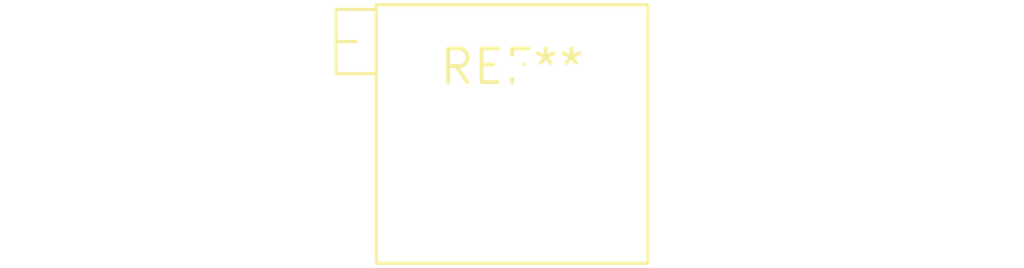
<source format=kicad_pcb>
(kicad_pcb (version 20240108) (generator pcbnew)
  (layers (0 "F.Cu" signal) (31 "B.Cu" signal) (34 "B.Paste" user) (35 "F.Paste" user) (36 "B.SilkS" user "B.Silkscreen") (37 "F.SilkS" user "F.Silkscreen") (38 "B.Mask" user) (39 "F.Mask" user) (44 "Edge.Cuts" user))
  (net 0 "")
  (footprint "Potentiometer_Bourns_3296P_Horizontal" (layer "F.Cu") (at 0 0)
    (property "Reference" "REF**")
    (property "Value" "Potentiometer_Bourns_3296P_Horizontal")
    (fp_line (start -6.655 -2.169) (end -6.655 0.26) (layer "F.SilkS") (stroke (width 0.12)))
    (fp_line (start -6.655 -2.169) (end -5.136 -2.169) (layer "F.SilkS") (stroke (width 0.12)))
    (fp_line (start -6.655 -0.955) (end -5.896 -0.955) (layer "F.SilkS") (stroke (width 0.12)))
    (fp_line (start -6.655 0.26) (end -5.136 0.26) (layer "F.SilkS") (stroke (width 0.12)))
    (fp_line (start -5.136 -2.169) (end -5.136 0.26) (layer "F.SilkS") (stroke (width 0.12)))
    (fp_line (start -5.135 -2.345) (end -5.135 7.425) (layer "F.SilkS") (stroke (width 0.12)))
    (fp_line (start -5.135 -2.345) (end 5.135 -2.345) (layer "F.SilkS") (stroke (width 0.12)))
    (fp_line (start -5.135 7.425) (end 5.135 7.425) (layer "F.SilkS") (stroke (width 0.12)))
    (fp_line (start 5.135 -2.345) (end 5.135 7.425) (layer "F.SilkS") (stroke (width 0.12)))
    (pad "1" thru_hole circle (at 0 0) (size 1.44 1.44) (drill 0.8) (layers *.Cu *.Mask) (remove_unused_layers))
    (pad "2" thru_hole circle (at -2.54 2.54) (size 1.44 1.44) (drill 0.8) (layers *.Cu *.Mask) (remove_unused_layers))
    (pad "3" thru_hole circle (at 0 5.08) (size 1.44 1.44) (drill 0.8) (layers *.Cu *.Mask) (remove_unused_layers))
  )
)
</source>
